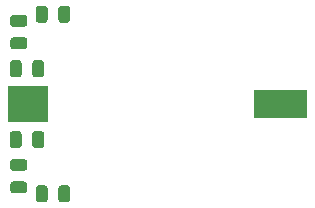
<source format=gbr>
%TF.GenerationSoftware,KiCad,Pcbnew,5.1.9-73d0e3b20d~88~ubuntu20.04.1*%
%TF.CreationDate,2021-03-27T20:59:08+01:00*%
%TF.ProjectId,calvin,63616c76-696e-42e6-9b69-6361645f7063,v1.00*%
%TF.SameCoordinates,Original*%
%TF.FileFunction,Soldermask,Bot*%
%TF.FilePolarity,Negative*%
%FSLAX46Y46*%
G04 Gerber Fmt 4.6, Leading zero omitted, Abs format (unit mm)*
G04 Created by KiCad (PCBNEW 5.1.9-73d0e3b20d~88~ubuntu20.04.1) date 2021-03-27 20:59:08*
%MOMM*%
%LPD*%
G01*
G04 APERTURE LIST*
%ADD10C,0.100000*%
G04 APERTURE END LIST*
D10*
%TO.C,BT1*%
G36*
X135200000Y-98500000D02*
G01*
X135200000Y-101500000D01*
X131800000Y-101500000D01*
X131800000Y-98500000D01*
X135200000Y-98500000D01*
G37*
G36*
X157100000Y-98800000D02*
G01*
X157100000Y-101200000D01*
X152600000Y-101200000D01*
X152600000Y-98800000D01*
X157100000Y-98800000D01*
G37*
%TD*%
%TO.C,C4*%
G36*
G01*
X136050000Y-92875000D02*
X136050000Y-91925000D01*
G75*
G02*
X136300000Y-91675000I250000J0D01*
G01*
X136800000Y-91675000D01*
G75*
G02*
X137050000Y-91925000I0J-250000D01*
G01*
X137050000Y-92875000D01*
G75*
G02*
X136800000Y-93125000I-250000J0D01*
G01*
X136300000Y-93125000D01*
G75*
G02*
X136050000Y-92875000I0J250000D01*
G01*
G37*
G36*
G01*
X134150000Y-92875000D02*
X134150000Y-91925000D01*
G75*
G02*
X134400000Y-91675000I250000J0D01*
G01*
X134900000Y-91675000D01*
G75*
G02*
X135150000Y-91925000I0J-250000D01*
G01*
X135150000Y-92875000D01*
G75*
G02*
X134900000Y-93125000I-250000J0D01*
G01*
X134400000Y-93125000D01*
G75*
G02*
X134150000Y-92875000I0J250000D01*
G01*
G37*
%TD*%
%TO.C,C6*%
G36*
G01*
X133175000Y-93450000D02*
X132225000Y-93450000D01*
G75*
G02*
X131975000Y-93200000I0J250000D01*
G01*
X131975000Y-92700000D01*
G75*
G02*
X132225000Y-92450000I250000J0D01*
G01*
X133175000Y-92450000D01*
G75*
G02*
X133425000Y-92700000I0J-250000D01*
G01*
X133425000Y-93200000D01*
G75*
G02*
X133175000Y-93450000I-250000J0D01*
G01*
G37*
G36*
G01*
X133175000Y-95350000D02*
X132225000Y-95350000D01*
G75*
G02*
X131975000Y-95100000I0J250000D01*
G01*
X131975000Y-94600000D01*
G75*
G02*
X132225000Y-94350000I250000J0D01*
G01*
X133175000Y-94350000D01*
G75*
G02*
X133425000Y-94600000I0J-250000D01*
G01*
X133425000Y-95100000D01*
G75*
G02*
X133175000Y-95350000I-250000J0D01*
G01*
G37*
%TD*%
%TO.C,C8*%
G36*
G01*
X132950000Y-96525000D02*
X132950000Y-97475000D01*
G75*
G02*
X132700000Y-97725000I-250000J0D01*
G01*
X132200000Y-97725000D01*
G75*
G02*
X131950000Y-97475000I0J250000D01*
G01*
X131950000Y-96525000D01*
G75*
G02*
X132200000Y-96275000I250000J0D01*
G01*
X132700000Y-96275000D01*
G75*
G02*
X132950000Y-96525000I0J-250000D01*
G01*
G37*
G36*
G01*
X134850000Y-96525000D02*
X134850000Y-97475000D01*
G75*
G02*
X134600000Y-97725000I-250000J0D01*
G01*
X134100000Y-97725000D01*
G75*
G02*
X133850000Y-97475000I0J250000D01*
G01*
X133850000Y-96525000D01*
G75*
G02*
X134100000Y-96275000I250000J0D01*
G01*
X134600000Y-96275000D01*
G75*
G02*
X134850000Y-96525000I0J-250000D01*
G01*
G37*
%TD*%
%TO.C,C13*%
G36*
G01*
X136050000Y-108075000D02*
X136050000Y-107125000D01*
G75*
G02*
X136300000Y-106875000I250000J0D01*
G01*
X136800000Y-106875000D01*
G75*
G02*
X137050000Y-107125000I0J-250000D01*
G01*
X137050000Y-108075000D01*
G75*
G02*
X136800000Y-108325000I-250000J0D01*
G01*
X136300000Y-108325000D01*
G75*
G02*
X136050000Y-108075000I0J250000D01*
G01*
G37*
G36*
G01*
X134150000Y-108075000D02*
X134150000Y-107125000D01*
G75*
G02*
X134400000Y-106875000I250000J0D01*
G01*
X134900000Y-106875000D01*
G75*
G02*
X135150000Y-107125000I0J-250000D01*
G01*
X135150000Y-108075000D01*
G75*
G02*
X134900000Y-108325000I-250000J0D01*
G01*
X134400000Y-108325000D01*
G75*
G02*
X134150000Y-108075000I0J250000D01*
G01*
G37*
%TD*%
%TO.C,C14*%
G36*
G01*
X132225000Y-106550000D02*
X133175000Y-106550000D01*
G75*
G02*
X133425000Y-106800000I0J-250000D01*
G01*
X133425000Y-107300000D01*
G75*
G02*
X133175000Y-107550000I-250000J0D01*
G01*
X132225000Y-107550000D01*
G75*
G02*
X131975000Y-107300000I0J250000D01*
G01*
X131975000Y-106800000D01*
G75*
G02*
X132225000Y-106550000I250000J0D01*
G01*
G37*
G36*
G01*
X132225000Y-104650000D02*
X133175000Y-104650000D01*
G75*
G02*
X133425000Y-104900000I0J-250000D01*
G01*
X133425000Y-105400000D01*
G75*
G02*
X133175000Y-105650000I-250000J0D01*
G01*
X132225000Y-105650000D01*
G75*
G02*
X131975000Y-105400000I0J250000D01*
G01*
X131975000Y-104900000D01*
G75*
G02*
X132225000Y-104650000I250000J0D01*
G01*
G37*
%TD*%
%TO.C,C15*%
G36*
G01*
X132950000Y-102525000D02*
X132950000Y-103475000D01*
G75*
G02*
X132700000Y-103725000I-250000J0D01*
G01*
X132200000Y-103725000D01*
G75*
G02*
X131950000Y-103475000I0J250000D01*
G01*
X131950000Y-102525000D01*
G75*
G02*
X132200000Y-102275000I250000J0D01*
G01*
X132700000Y-102275000D01*
G75*
G02*
X132950000Y-102525000I0J-250000D01*
G01*
G37*
G36*
G01*
X134850000Y-102525000D02*
X134850000Y-103475000D01*
G75*
G02*
X134600000Y-103725000I-250000J0D01*
G01*
X134100000Y-103725000D01*
G75*
G02*
X133850000Y-103475000I0J250000D01*
G01*
X133850000Y-102525000D01*
G75*
G02*
X134100000Y-102275000I250000J0D01*
G01*
X134600000Y-102275000D01*
G75*
G02*
X134850000Y-102525000I0J-250000D01*
G01*
G37*
%TD*%
M02*

</source>
